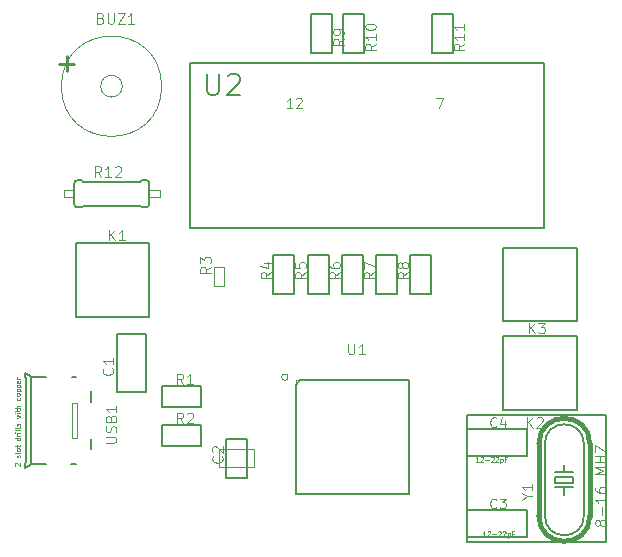
<source format=gto>
G04 #@! TF.FileFunction,Legend,Top*
%FSLAX46Y46*%
G04 Gerber Fmt 4.6, Leading zero omitted, Abs format (unit mm)*
G04 Created by KiCad (PCBNEW 4.0.6) date 2018 January 08, Monday 16:40:28*
%MOMM*%
%LPD*%
G01*
G04 APERTURE LIST*
%ADD10C,0.100000*%
%ADD11C,0.200000*%
%ADD12C,0.127000*%
%ADD13C,0.066040*%
%ADD14C,0.076200*%
%ADD15C,0.203200*%
%ADD16C,0.254000*%
%ADD17C,0.063500*%
%ADD18C,0.152400*%
%ADD19C,0.406400*%
%ADD20C,0.101600*%
%ADD21C,0.177800*%
%ADD22C,0.025400*%
%ADD23C,0.050800*%
G04 APERTURE END LIST*
D10*
D11*
X164800000Y-93790000D02*
X164800000Y-83050000D01*
X153000000Y-93810000D02*
X164800000Y-93810000D01*
X153000000Y-83050000D02*
X153000000Y-93810000D01*
X164800000Y-83050000D02*
X153000000Y-83050000D01*
D12*
X123380800Y-81063800D02*
X123380800Y-76136200D01*
X123380800Y-76136200D02*
X125819200Y-76136200D01*
X125819200Y-76136200D02*
X125819200Y-81063800D01*
X125819200Y-81063800D02*
X123380800Y-81063800D01*
D13*
X134960500Y-85938000D02*
X132039500Y-85938000D01*
X132039500Y-85938000D02*
X132039500Y-87462000D01*
X134960500Y-87462000D02*
X132039500Y-87462000D01*
X134960500Y-85938000D02*
X134960500Y-87462000D01*
D12*
X132611000Y-85049000D02*
X134389000Y-85049000D01*
X134389000Y-85049000D02*
X134389000Y-88351000D01*
X134389000Y-88351000D02*
X132611000Y-88351000D01*
X132611000Y-88351000D02*
X132611000Y-85049000D01*
D13*
X119901200Y-74698800D02*
X126098800Y-74698800D01*
X126098800Y-74698800D02*
X126098800Y-68501200D01*
X119901200Y-68501200D02*
X126098800Y-68501200D01*
X119901200Y-74698800D02*
X119901200Y-68501200D01*
D12*
X119901200Y-68501200D02*
X126098800Y-68501200D01*
X126098800Y-68501200D02*
X126098800Y-74698800D01*
X126098800Y-74698800D02*
X119901200Y-74698800D01*
X119901200Y-74698800D02*
X119901200Y-68501200D01*
D13*
X162278800Y-76381200D02*
X156081200Y-76381200D01*
X156081200Y-76381200D02*
X156081200Y-82578800D01*
X162278800Y-82578800D02*
X156081200Y-82578800D01*
X162278800Y-76381200D02*
X162278800Y-82578800D01*
D12*
X162278800Y-82578800D02*
X156081200Y-82578800D01*
X156081200Y-82578800D02*
X156081200Y-76381200D01*
X156081200Y-76381200D02*
X162278800Y-76381200D01*
X162278800Y-76381200D02*
X162278800Y-82578800D01*
D13*
X162278800Y-68881200D02*
X156081200Y-68881200D01*
X156081200Y-68881200D02*
X156081200Y-75078800D01*
X162278800Y-75078800D02*
X156081200Y-75078800D01*
X162278800Y-68881200D02*
X162278800Y-75078800D01*
D12*
X162278800Y-75078800D02*
X156081200Y-75078800D01*
X156081200Y-75078800D02*
X156081200Y-68881200D01*
X156081200Y-68881200D02*
X162278800Y-68881200D01*
X162278800Y-68881200D02*
X162278800Y-75078800D01*
X130451000Y-80611000D02*
X130451000Y-82389000D01*
X130451000Y-82389000D02*
X127149000Y-82389000D01*
X127149000Y-82389000D02*
X127149000Y-80611000D01*
X127149000Y-80611000D02*
X130451000Y-80611000D01*
X130451000Y-83911000D02*
X130451000Y-85689000D01*
X130451000Y-85689000D02*
X127149000Y-85689000D01*
X127149000Y-85689000D02*
X127149000Y-83911000D01*
X127149000Y-83911000D02*
X130451000Y-83911000D01*
D14*
X131606300Y-72138200D02*
X131606300Y-70461800D01*
X131606300Y-70461800D02*
X132393700Y-70461800D01*
X132393700Y-70461800D02*
X132393700Y-72138200D01*
X132393700Y-72138200D02*
X131606300Y-72138200D01*
D12*
X136611000Y-69449000D02*
X138389000Y-69449000D01*
X138389000Y-69449000D02*
X138389000Y-72751000D01*
X138389000Y-72751000D02*
X136611000Y-72751000D01*
X136611000Y-72751000D02*
X136611000Y-69449000D01*
X139511000Y-69449000D02*
X141289000Y-69449000D01*
X141289000Y-69449000D02*
X141289000Y-72751000D01*
X141289000Y-72751000D02*
X139511000Y-72751000D01*
X139511000Y-72751000D02*
X139511000Y-69449000D01*
X142411000Y-69449000D02*
X144189000Y-69449000D01*
X144189000Y-69449000D02*
X144189000Y-72751000D01*
X144189000Y-72751000D02*
X142411000Y-72751000D01*
X142411000Y-72751000D02*
X142411000Y-69449000D01*
X145311000Y-69449000D02*
X147089000Y-69449000D01*
X147089000Y-69449000D02*
X147089000Y-72751000D01*
X147089000Y-72751000D02*
X145311000Y-72751000D01*
X145311000Y-72751000D02*
X145311000Y-69449000D01*
X148211000Y-69449000D02*
X149989000Y-69449000D01*
X149989000Y-69449000D02*
X149989000Y-72751000D01*
X149989000Y-72751000D02*
X148211000Y-72751000D01*
X148211000Y-72751000D02*
X148211000Y-69449000D01*
X141589000Y-52351000D02*
X139811000Y-52351000D01*
X139811000Y-52351000D02*
X139811000Y-49049000D01*
X139811000Y-49049000D02*
X141589000Y-49049000D01*
X141589000Y-49049000D02*
X141589000Y-52351000D01*
X144289000Y-52351000D02*
X142511000Y-52351000D01*
X142511000Y-52351000D02*
X142511000Y-49049000D01*
X142511000Y-49049000D02*
X144289000Y-49049000D01*
X144289000Y-49049000D02*
X144289000Y-52351000D01*
X151789000Y-52351000D02*
X150011000Y-52351000D01*
X150011000Y-52351000D02*
X150011000Y-49049000D01*
X150011000Y-49049000D02*
X151789000Y-49049000D01*
X151789000Y-49049000D02*
X151789000Y-52351000D01*
D13*
X138501940Y-89698060D02*
X148098060Y-89698060D01*
X148098060Y-89698060D02*
X148098060Y-80101940D01*
X138501940Y-80101940D02*
X148098060Y-80101940D01*
X138501940Y-89698060D02*
X138501940Y-80101940D01*
D15*
X138501940Y-80500720D02*
X138900720Y-80101940D01*
X138900720Y-80101940D02*
X148098060Y-80101940D01*
X148098060Y-80101940D02*
X148098060Y-89698060D01*
X148098060Y-89698060D02*
X138501940Y-89698060D01*
X138501940Y-89698060D02*
X138501940Y-80500720D01*
D10*
X137854408Y-79820000D02*
G75*
G03X137854408Y-79820000I-269408J0D01*
G01*
D13*
X129564000Y-67205000D02*
X159536000Y-67205000D01*
X159536000Y-67205000D02*
X159536000Y-53235000D01*
X129564000Y-53235000D02*
X159536000Y-53235000D01*
X129564000Y-67205000D02*
X129564000Y-53235000D01*
D12*
X129564000Y-53235000D02*
X159536000Y-53235000D01*
X159536000Y-53235000D02*
X159536000Y-67205000D01*
X159536000Y-67205000D02*
X129564000Y-67205000D01*
X129564000Y-67205000D02*
X129564000Y-53235000D01*
D13*
X119576960Y-82002520D02*
X119576960Y-84999720D01*
X119576960Y-84999720D02*
X119975740Y-84999720D01*
X119975740Y-82002520D02*
X119975740Y-84999720D01*
X119576960Y-82002520D02*
X119975740Y-82002520D01*
D12*
X116175900Y-79802880D02*
X115576460Y-79503160D01*
X116175900Y-87199360D02*
X115576460Y-87499080D01*
X116076840Y-79802880D02*
X116076840Y-87199360D01*
X115675520Y-80201660D02*
X115675520Y-86698980D01*
X115675520Y-80201660D02*
X115576460Y-79503160D01*
X115675520Y-86698980D02*
X115576460Y-87499080D01*
X121174620Y-81903460D02*
X121174620Y-81001760D01*
X121174620Y-85098780D02*
X121174620Y-85898880D01*
X119876680Y-87199360D02*
X119475360Y-87199360D01*
X117374780Y-87199360D02*
X116175900Y-87199360D01*
X116175900Y-79802880D02*
X117374780Y-79802880D01*
X119576960Y-79802880D02*
X119876680Y-79802880D01*
D16*
X118455000Y-53295000D02*
X119090000Y-53295000D01*
X119725000Y-53295000D02*
X119090000Y-53295000D01*
X119090000Y-53295000D02*
X119090000Y-52660000D01*
X119090000Y-53295000D02*
X119090000Y-53930000D01*
D17*
X127142273Y-55200000D02*
G75*
G03X127142273Y-55200000I-4242273J0D01*
G01*
X123815986Y-55200000D02*
G75*
G03X123815986Y-55200000I-915986J0D01*
G01*
X127142273Y-55200000D02*
G75*
G03X127142273Y-55200000I-4242273J0D01*
G01*
D13*
X126102000Y-64604800D02*
X126965600Y-64604800D01*
X126965600Y-64604800D02*
X126965600Y-63995200D01*
X126102000Y-63995200D02*
X126965600Y-63995200D01*
X126102000Y-64604800D02*
X126102000Y-63995200D01*
X118888400Y-64604800D02*
X119752000Y-64604800D01*
X119752000Y-64604800D02*
X119752000Y-63995200D01*
X118888400Y-63995200D02*
X119752000Y-63995200D01*
X118888400Y-64604800D02*
X118888400Y-63995200D01*
D18*
X119752000Y-65189000D02*
X119752000Y-63411000D01*
X120006000Y-63157000D02*
X120387000Y-63157000D01*
X120514000Y-63284000D02*
X120387000Y-63157000D01*
X120006000Y-65443000D02*
X120387000Y-65443000D01*
X120514000Y-65316000D02*
X120387000Y-65443000D01*
X125340000Y-63284000D02*
X125467000Y-63157000D01*
X125340000Y-63284000D02*
X120514000Y-63284000D01*
X125340000Y-65316000D02*
X125467000Y-65443000D01*
X125340000Y-65316000D02*
X120514000Y-65316000D01*
X125848000Y-63157000D02*
X125467000Y-63157000D01*
X125848000Y-65443000D02*
X125467000Y-65443000D01*
X126102000Y-65189000D02*
X126102000Y-63411000D01*
X120006000Y-63157000D02*
G75*
G03X119752000Y-63411000I0J-254000D01*
G01*
X119752000Y-65189000D02*
G75*
G03X120006000Y-65443000I254000J0D01*
G01*
X125848000Y-65443000D02*
G75*
G03X126102000Y-65189000I0J254000D01*
G01*
X126102000Y-63411000D02*
G75*
G03X125848000Y-63157000I-254000J0D01*
G01*
D13*
X152960000Y-93383000D02*
X158040000Y-93383000D01*
X158040000Y-93383000D02*
X158040000Y-91097000D01*
X152960000Y-91097000D02*
X158040000Y-91097000D01*
X152960000Y-93383000D02*
X152960000Y-91097000D01*
D12*
X152960000Y-91097000D02*
X158040000Y-91097000D01*
X158040000Y-91097000D02*
X158040000Y-93383000D01*
X158040000Y-93383000D02*
X152960000Y-93383000D01*
X152960000Y-93383000D02*
X152960000Y-91097000D01*
D13*
X152960000Y-86503000D02*
X158040000Y-86503000D01*
X158040000Y-86503000D02*
X158040000Y-84217000D01*
X152960000Y-84217000D02*
X158040000Y-84217000D01*
X152960000Y-86503000D02*
X152960000Y-84217000D01*
D12*
X152960000Y-84217000D02*
X158040000Y-84217000D01*
X158040000Y-84217000D02*
X158040000Y-86503000D01*
X158040000Y-86503000D02*
X152960000Y-86503000D01*
X152960000Y-86503000D02*
X152960000Y-84217000D01*
D19*
X163399000Y-91568000D02*
X163399000Y-85472000D01*
X159081000Y-91568000D02*
X159081000Y-85472000D01*
D18*
X162891000Y-91568000D02*
X162891000Y-85472000D01*
X159589000Y-85472000D02*
X159589000Y-91568000D01*
X160478000Y-88774000D02*
X160478000Y-88266000D01*
X160478000Y-88266000D02*
X162002000Y-88266000D01*
X162002000Y-88266000D02*
X162002000Y-88774000D01*
X162002000Y-88774000D02*
X160478000Y-88774000D01*
X160478000Y-87885000D02*
X161240000Y-87885000D01*
X161240000Y-87885000D02*
X162002000Y-87885000D01*
X160478000Y-89155000D02*
X161240000Y-89155000D01*
X161240000Y-89155000D02*
X162002000Y-89155000D01*
X161240000Y-87885000D02*
X161240000Y-87250000D01*
X161240000Y-89155000D02*
X161240000Y-89790000D01*
D19*
X159081000Y-91568000D02*
G75*
G03X163399000Y-91568000I2159000J0D01*
G01*
X163399000Y-85472000D02*
G75*
G03X159081000Y-85472000I-2159000J0D01*
G01*
D18*
X159589000Y-91568000D02*
G75*
G03X162891000Y-91568000I1651000J0D01*
G01*
X162891000Y-85472000D02*
G75*
G03X159589000Y-85472000I-1651000J0D01*
G01*
D20*
X122949000Y-79065666D02*
X122991333Y-79108000D01*
X123033667Y-79235000D01*
X123033667Y-79319666D01*
X122991333Y-79446666D01*
X122906667Y-79531333D01*
X122822000Y-79573666D01*
X122652667Y-79616000D01*
X122525667Y-79616000D01*
X122356333Y-79573666D01*
X122271667Y-79531333D01*
X122187000Y-79446666D01*
X122144667Y-79319666D01*
X122144667Y-79235000D01*
X122187000Y-79108000D01*
X122229333Y-79065666D01*
X123033667Y-78219000D02*
X123033667Y-78727000D01*
X123033667Y-78473000D02*
X122144667Y-78473000D01*
X122271667Y-78557666D01*
X122356333Y-78642333D01*
X122398667Y-78727000D01*
X132230000Y-86530666D02*
X132272333Y-86573000D01*
X132314667Y-86700000D01*
X132314667Y-86784666D01*
X132272333Y-86911666D01*
X132187667Y-86996333D01*
X132103000Y-87038666D01*
X131933667Y-87081000D01*
X131806667Y-87081000D01*
X131637333Y-87038666D01*
X131552667Y-86996333D01*
X131468000Y-86911666D01*
X131425667Y-86784666D01*
X131425667Y-86700000D01*
X131468000Y-86573000D01*
X131510333Y-86530666D01*
X131510333Y-86192000D02*
X131468000Y-86149666D01*
X131425667Y-86065000D01*
X131425667Y-85853333D01*
X131468000Y-85768666D01*
X131510333Y-85726333D01*
X131595000Y-85684000D01*
X131679667Y-85684000D01*
X131806667Y-85726333D01*
X132314667Y-86234333D01*
X132314667Y-85684000D01*
X122661334Y-68255667D02*
X122661334Y-67366667D01*
X123169334Y-68255667D02*
X122788334Y-67747667D01*
X123169334Y-67366667D02*
X122661334Y-67874667D01*
X124016000Y-68255667D02*
X123508000Y-68255667D01*
X123762000Y-68255667D02*
X123762000Y-67366667D01*
X123677334Y-67493667D01*
X123592667Y-67578333D01*
X123508000Y-67620667D01*
X158073834Y-84112167D02*
X158073834Y-83223167D01*
X158581834Y-84112167D02*
X158200834Y-83604167D01*
X158581834Y-83223167D02*
X158073834Y-83731167D01*
X158920500Y-83307833D02*
X158962834Y-83265500D01*
X159047500Y-83223167D01*
X159259167Y-83223167D01*
X159343834Y-83265500D01*
X159386167Y-83307833D01*
X159428500Y-83392500D01*
X159428500Y-83477167D01*
X159386167Y-83604167D01*
X158878167Y-84112167D01*
X159428500Y-84112167D01*
X158206334Y-76128667D02*
X158206334Y-75239667D01*
X158714334Y-76128667D02*
X158333334Y-75620667D01*
X158714334Y-75239667D02*
X158206334Y-75747667D01*
X159010667Y-75239667D02*
X159561000Y-75239667D01*
X159264667Y-75578333D01*
X159391667Y-75578333D01*
X159476334Y-75620667D01*
X159518667Y-75663000D01*
X159561000Y-75747667D01*
X159561000Y-75959333D01*
X159518667Y-76044000D01*
X159476334Y-76086333D01*
X159391667Y-76128667D01*
X159137667Y-76128667D01*
X159053000Y-76086333D01*
X159010667Y-76044000D01*
X128969334Y-80441667D02*
X128673000Y-80018333D01*
X128461334Y-80441667D02*
X128461334Y-79552667D01*
X128800000Y-79552667D01*
X128884667Y-79595000D01*
X128927000Y-79637333D01*
X128969334Y-79722000D01*
X128969334Y-79849000D01*
X128927000Y-79933667D01*
X128884667Y-79976000D01*
X128800000Y-80018333D01*
X128461334Y-80018333D01*
X129816000Y-80441667D02*
X129308000Y-80441667D01*
X129562000Y-80441667D02*
X129562000Y-79552667D01*
X129477334Y-79679667D01*
X129392667Y-79764333D01*
X129308000Y-79806667D01*
X128969334Y-83741667D02*
X128673000Y-83318333D01*
X128461334Y-83741667D02*
X128461334Y-82852667D01*
X128800000Y-82852667D01*
X128884667Y-82895000D01*
X128927000Y-82937333D01*
X128969334Y-83022000D01*
X128969334Y-83149000D01*
X128927000Y-83233667D01*
X128884667Y-83276000D01*
X128800000Y-83318333D01*
X128461334Y-83318333D01*
X129308000Y-82937333D02*
X129350334Y-82895000D01*
X129435000Y-82852667D01*
X129646667Y-82852667D01*
X129731334Y-82895000D01*
X129773667Y-82937333D01*
X129816000Y-83022000D01*
X129816000Y-83106667D01*
X129773667Y-83233667D01*
X129265667Y-83741667D01*
X129816000Y-83741667D01*
X131322667Y-70495666D02*
X130899333Y-70792000D01*
X131322667Y-71003666D02*
X130433667Y-71003666D01*
X130433667Y-70665000D01*
X130476000Y-70580333D01*
X130518333Y-70538000D01*
X130603000Y-70495666D01*
X130730000Y-70495666D01*
X130814667Y-70538000D01*
X130857000Y-70580333D01*
X130899333Y-70665000D01*
X130899333Y-71003666D01*
X130433667Y-70199333D02*
X130433667Y-69649000D01*
X130772333Y-69945333D01*
X130772333Y-69818333D01*
X130814667Y-69733666D01*
X130857000Y-69691333D01*
X130941667Y-69649000D01*
X131153333Y-69649000D01*
X131238000Y-69691333D01*
X131280333Y-69733666D01*
X131322667Y-69818333D01*
X131322667Y-70072333D01*
X131280333Y-70157000D01*
X131238000Y-70199333D01*
X136441667Y-70930666D02*
X136018333Y-71227000D01*
X136441667Y-71438666D02*
X135552667Y-71438666D01*
X135552667Y-71100000D01*
X135595000Y-71015333D01*
X135637333Y-70973000D01*
X135722000Y-70930666D01*
X135849000Y-70930666D01*
X135933667Y-70973000D01*
X135976000Y-71015333D01*
X136018333Y-71100000D01*
X136018333Y-71438666D01*
X135849000Y-70168666D02*
X136441667Y-70168666D01*
X135510333Y-70380333D02*
X136145333Y-70592000D01*
X136145333Y-70041666D01*
X139341667Y-70930666D02*
X138918333Y-71227000D01*
X139341667Y-71438666D02*
X138452667Y-71438666D01*
X138452667Y-71100000D01*
X138495000Y-71015333D01*
X138537333Y-70973000D01*
X138622000Y-70930666D01*
X138749000Y-70930666D01*
X138833667Y-70973000D01*
X138876000Y-71015333D01*
X138918333Y-71100000D01*
X138918333Y-71438666D01*
X138452667Y-70126333D02*
X138452667Y-70549666D01*
X138876000Y-70592000D01*
X138833667Y-70549666D01*
X138791333Y-70465000D01*
X138791333Y-70253333D01*
X138833667Y-70168666D01*
X138876000Y-70126333D01*
X138960667Y-70084000D01*
X139172333Y-70084000D01*
X139257000Y-70126333D01*
X139299333Y-70168666D01*
X139341667Y-70253333D01*
X139341667Y-70465000D01*
X139299333Y-70549666D01*
X139257000Y-70592000D01*
X142241667Y-70930666D02*
X141818333Y-71227000D01*
X142241667Y-71438666D02*
X141352667Y-71438666D01*
X141352667Y-71100000D01*
X141395000Y-71015333D01*
X141437333Y-70973000D01*
X141522000Y-70930666D01*
X141649000Y-70930666D01*
X141733667Y-70973000D01*
X141776000Y-71015333D01*
X141818333Y-71100000D01*
X141818333Y-71438666D01*
X141352667Y-70168666D02*
X141352667Y-70338000D01*
X141395000Y-70422666D01*
X141437333Y-70465000D01*
X141564333Y-70549666D01*
X141733667Y-70592000D01*
X142072333Y-70592000D01*
X142157000Y-70549666D01*
X142199333Y-70507333D01*
X142241667Y-70422666D01*
X142241667Y-70253333D01*
X142199333Y-70168666D01*
X142157000Y-70126333D01*
X142072333Y-70084000D01*
X141860667Y-70084000D01*
X141776000Y-70126333D01*
X141733667Y-70168666D01*
X141691333Y-70253333D01*
X141691333Y-70422666D01*
X141733667Y-70507333D01*
X141776000Y-70549666D01*
X141860667Y-70592000D01*
X145141667Y-70930666D02*
X144718333Y-71227000D01*
X145141667Y-71438666D02*
X144252667Y-71438666D01*
X144252667Y-71100000D01*
X144295000Y-71015333D01*
X144337333Y-70973000D01*
X144422000Y-70930666D01*
X144549000Y-70930666D01*
X144633667Y-70973000D01*
X144676000Y-71015333D01*
X144718333Y-71100000D01*
X144718333Y-71438666D01*
X144252667Y-70634333D02*
X144252667Y-70041666D01*
X145141667Y-70422666D01*
X148041667Y-70930666D02*
X147618333Y-71227000D01*
X148041667Y-71438666D02*
X147152667Y-71438666D01*
X147152667Y-71100000D01*
X147195000Y-71015333D01*
X147237333Y-70973000D01*
X147322000Y-70930666D01*
X147449000Y-70930666D01*
X147533667Y-70973000D01*
X147576000Y-71015333D01*
X147618333Y-71100000D01*
X147618333Y-71438666D01*
X147533667Y-70422666D02*
X147491333Y-70507333D01*
X147449000Y-70549666D01*
X147364333Y-70592000D01*
X147322000Y-70592000D01*
X147237333Y-70549666D01*
X147195000Y-70507333D01*
X147152667Y-70422666D01*
X147152667Y-70253333D01*
X147195000Y-70168666D01*
X147237333Y-70126333D01*
X147322000Y-70084000D01*
X147364333Y-70084000D01*
X147449000Y-70126333D01*
X147491333Y-70168666D01*
X147533667Y-70253333D01*
X147533667Y-70422666D01*
X147576000Y-70507333D01*
X147618333Y-70549666D01*
X147703000Y-70592000D01*
X147872333Y-70592000D01*
X147957000Y-70549666D01*
X147999333Y-70507333D01*
X148041667Y-70422666D01*
X148041667Y-70253333D01*
X147999333Y-70168666D01*
X147957000Y-70126333D01*
X147872333Y-70084000D01*
X147703000Y-70084000D01*
X147618333Y-70126333D01*
X147576000Y-70168666D01*
X147533667Y-70253333D01*
X142562667Y-51165666D02*
X142139333Y-51462000D01*
X142562667Y-51673666D02*
X141673667Y-51673666D01*
X141673667Y-51335000D01*
X141716000Y-51250333D01*
X141758333Y-51208000D01*
X141843000Y-51165666D01*
X141970000Y-51165666D01*
X142054667Y-51208000D01*
X142097000Y-51250333D01*
X142139333Y-51335000D01*
X142139333Y-51673666D01*
X142562667Y-50742333D02*
X142562667Y-50573000D01*
X142520333Y-50488333D01*
X142478000Y-50446000D01*
X142351000Y-50361333D01*
X142181667Y-50319000D01*
X141843000Y-50319000D01*
X141758333Y-50361333D01*
X141716000Y-50403666D01*
X141673667Y-50488333D01*
X141673667Y-50657666D01*
X141716000Y-50742333D01*
X141758333Y-50784666D01*
X141843000Y-50827000D01*
X142054667Y-50827000D01*
X142139333Y-50784666D01*
X142181667Y-50742333D01*
X142224000Y-50657666D01*
X142224000Y-50488333D01*
X142181667Y-50403666D01*
X142139333Y-50361333D01*
X142054667Y-50319000D01*
X145262667Y-51589000D02*
X144839333Y-51885334D01*
X145262667Y-52097000D02*
X144373667Y-52097000D01*
X144373667Y-51758334D01*
X144416000Y-51673667D01*
X144458333Y-51631334D01*
X144543000Y-51589000D01*
X144670000Y-51589000D01*
X144754667Y-51631334D01*
X144797000Y-51673667D01*
X144839333Y-51758334D01*
X144839333Y-52097000D01*
X145262667Y-50742334D02*
X145262667Y-51250334D01*
X145262667Y-50996334D02*
X144373667Y-50996334D01*
X144500667Y-51081000D01*
X144585333Y-51165667D01*
X144627667Y-51250334D01*
X144373667Y-50192000D02*
X144373667Y-50107333D01*
X144416000Y-50022667D01*
X144458333Y-49980333D01*
X144543000Y-49938000D01*
X144712333Y-49895667D01*
X144924000Y-49895667D01*
X145093333Y-49938000D01*
X145178000Y-49980333D01*
X145220333Y-50022667D01*
X145262667Y-50107333D01*
X145262667Y-50192000D01*
X145220333Y-50276667D01*
X145178000Y-50319000D01*
X145093333Y-50361333D01*
X144924000Y-50403667D01*
X144712333Y-50403667D01*
X144543000Y-50361333D01*
X144458333Y-50319000D01*
X144416000Y-50276667D01*
X144373667Y-50192000D01*
X152762667Y-51589000D02*
X152339333Y-51885334D01*
X152762667Y-52097000D02*
X151873667Y-52097000D01*
X151873667Y-51758334D01*
X151916000Y-51673667D01*
X151958333Y-51631334D01*
X152043000Y-51589000D01*
X152170000Y-51589000D01*
X152254667Y-51631334D01*
X152297000Y-51673667D01*
X152339333Y-51758334D01*
X152339333Y-52097000D01*
X152762667Y-50742334D02*
X152762667Y-51250334D01*
X152762667Y-50996334D02*
X151873667Y-50996334D01*
X152000667Y-51081000D01*
X152085333Y-51165667D01*
X152127667Y-51250334D01*
X152762667Y-49895667D02*
X152762667Y-50403667D01*
X152762667Y-50149667D02*
X151873667Y-50149667D01*
X152000667Y-50234333D01*
X152085333Y-50319000D01*
X152127667Y-50403667D01*
X142940167Y-76983667D02*
X142940167Y-77703333D01*
X142982500Y-77788000D01*
X143024833Y-77830333D01*
X143109500Y-77872667D01*
X143278833Y-77872667D01*
X143363500Y-77830333D01*
X143405833Y-77788000D01*
X143448167Y-77703333D01*
X143448167Y-76983667D01*
X144337166Y-77872667D02*
X143829166Y-77872667D01*
X144083166Y-77872667D02*
X144083166Y-76983667D01*
X143998500Y-77110667D01*
X143913833Y-77195333D01*
X143829166Y-77237667D01*
D21*
X130945333Y-54126333D02*
X130945333Y-55565667D01*
X131030000Y-55735000D01*
X131114667Y-55819667D01*
X131284000Y-55904333D01*
X131622667Y-55904333D01*
X131792000Y-55819667D01*
X131876667Y-55735000D01*
X131961333Y-55565667D01*
X131961333Y-54126333D01*
X132723334Y-54295667D02*
X132808000Y-54211000D01*
X132977334Y-54126333D01*
X133400667Y-54126333D01*
X133570000Y-54211000D01*
X133654667Y-54295667D01*
X133739334Y-54465000D01*
X133739334Y-54634333D01*
X133654667Y-54888333D01*
X132638667Y-55904333D01*
X133739334Y-55904333D01*
D14*
X150400467Y-56196035D02*
X150942334Y-56196035D01*
X150593991Y-57008835D01*
X138222981Y-57008835D02*
X137758524Y-57008835D01*
X137990753Y-57008835D02*
X137990753Y-56196035D01*
X137913343Y-56312150D01*
X137835934Y-56389559D01*
X137758524Y-56428264D01*
X138532619Y-56273445D02*
X138571324Y-56234740D01*
X138648733Y-56196035D01*
X138842257Y-56196035D01*
X138919667Y-56234740D01*
X138958371Y-56273445D01*
X138997076Y-56350854D01*
X138997076Y-56428264D01*
X138958371Y-56544378D01*
X138493914Y-57008835D01*
X138997076Y-57008835D01*
D20*
X122402287Y-85363786D02*
X123121953Y-85363786D01*
X123206620Y-85321453D01*
X123248953Y-85279120D01*
X123291287Y-85194453D01*
X123291287Y-85025120D01*
X123248953Y-84940453D01*
X123206620Y-84898120D01*
X123121953Y-84855786D01*
X122402287Y-84855786D01*
X123248953Y-84474787D02*
X123291287Y-84347787D01*
X123291287Y-84136120D01*
X123248953Y-84051453D01*
X123206620Y-84009120D01*
X123121953Y-83966787D01*
X123037287Y-83966787D01*
X122952620Y-84009120D01*
X122910287Y-84051453D01*
X122867953Y-84136120D01*
X122825620Y-84305453D01*
X122783287Y-84390120D01*
X122740953Y-84432453D01*
X122656287Y-84474787D01*
X122571620Y-84474787D01*
X122486953Y-84432453D01*
X122444620Y-84390120D01*
X122402287Y-84305453D01*
X122402287Y-84093787D01*
X122444620Y-83966787D01*
X122825620Y-83289453D02*
X122867953Y-83162453D01*
X122910287Y-83120120D01*
X122994953Y-83077786D01*
X123121953Y-83077786D01*
X123206620Y-83120120D01*
X123248953Y-83162453D01*
X123291287Y-83247120D01*
X123291287Y-83585786D01*
X122402287Y-83585786D01*
X122402287Y-83289453D01*
X122444620Y-83204786D01*
X122486953Y-83162453D01*
X122571620Y-83120120D01*
X122656287Y-83120120D01*
X122740953Y-83162453D01*
X122783287Y-83204786D01*
X122825620Y-83289453D01*
X122825620Y-83585786D01*
X123291287Y-82231120D02*
X123291287Y-82739120D01*
X123291287Y-82485120D02*
X122402287Y-82485120D01*
X122529287Y-82569786D01*
X122613953Y-82654453D01*
X122656287Y-82739120D01*
D22*
X114766152Y-87315332D02*
X114746800Y-87295980D01*
X114727448Y-87257275D01*
X114727448Y-87160513D01*
X114746800Y-87121809D01*
X114766152Y-87102456D01*
X114804857Y-87083104D01*
X114843562Y-87083104D01*
X114901619Y-87102456D01*
X115133848Y-87334685D01*
X115133848Y-87083104D01*
X115114495Y-86618646D02*
X115133848Y-86579942D01*
X115133848Y-86502532D01*
X115114495Y-86463827D01*
X115075790Y-86444475D01*
X115056438Y-86444475D01*
X115017733Y-86463827D01*
X114998381Y-86502532D01*
X114998381Y-86560589D01*
X114979029Y-86599294D01*
X114940324Y-86618646D01*
X114920971Y-86618646D01*
X114882267Y-86599294D01*
X114862914Y-86560589D01*
X114862914Y-86502532D01*
X114882267Y-86463827D01*
X115133848Y-86212247D02*
X115114495Y-86250952D01*
X115075790Y-86270304D01*
X114727448Y-86270304D01*
X115133848Y-85999371D02*
X115114495Y-86038076D01*
X115095143Y-86057428D01*
X115056438Y-86076780D01*
X114940324Y-86076780D01*
X114901619Y-86057428D01*
X114882267Y-86038076D01*
X114862914Y-85999371D01*
X114862914Y-85941314D01*
X114882267Y-85902609D01*
X114901619Y-85883257D01*
X114940324Y-85863904D01*
X115056438Y-85863904D01*
X115095143Y-85883257D01*
X115114495Y-85902609D01*
X115133848Y-85941314D01*
X115133848Y-85999371D01*
X114862914Y-85747790D02*
X114862914Y-85592971D01*
X114727448Y-85689733D02*
X115075790Y-85689733D01*
X115114495Y-85670381D01*
X115133848Y-85631676D01*
X115133848Y-85592971D01*
X115133848Y-84973695D02*
X114727448Y-84973695D01*
X115114495Y-84973695D02*
X115133848Y-85012399D01*
X115133848Y-85089809D01*
X115114495Y-85128514D01*
X115095143Y-85147866D01*
X115056438Y-85167218D01*
X114940324Y-85167218D01*
X114901619Y-85147866D01*
X114882267Y-85128514D01*
X114862914Y-85089809D01*
X114862914Y-85012399D01*
X114882267Y-84973695D01*
X115133848Y-84780171D02*
X114862914Y-84780171D01*
X114940324Y-84780171D02*
X114901619Y-84760819D01*
X114882267Y-84741466D01*
X114862914Y-84702762D01*
X114862914Y-84664057D01*
X115133848Y-84528590D02*
X114862914Y-84528590D01*
X114727448Y-84528590D02*
X114746800Y-84547942D01*
X114766152Y-84528590D01*
X114746800Y-84509238D01*
X114727448Y-84528590D01*
X114766152Y-84528590D01*
X115133848Y-84277009D02*
X115114495Y-84315714D01*
X115075790Y-84335066D01*
X114727448Y-84335066D01*
X115133848Y-84064133D02*
X115114495Y-84102838D01*
X115075790Y-84122190D01*
X114727448Y-84122190D01*
X115114495Y-83928666D02*
X115133848Y-83889962D01*
X115133848Y-83812552D01*
X115114495Y-83773847D01*
X115075790Y-83754495D01*
X115056438Y-83754495D01*
X115017733Y-83773847D01*
X114998381Y-83812552D01*
X114998381Y-83870609D01*
X114979029Y-83909314D01*
X114940324Y-83928666D01*
X114920971Y-83928666D01*
X114882267Y-83909314D01*
X114862914Y-83870609D01*
X114862914Y-83812552D01*
X114882267Y-83773847D01*
X114862914Y-83309391D02*
X115133848Y-83231981D01*
X114940324Y-83154572D01*
X115133848Y-83077162D01*
X114862914Y-82999753D01*
X115133848Y-82844934D02*
X114862914Y-82844934D01*
X114727448Y-82844934D02*
X114746800Y-82864286D01*
X114766152Y-82844934D01*
X114746800Y-82825582D01*
X114727448Y-82844934D01*
X114766152Y-82844934D01*
X114862914Y-82709467D02*
X114862914Y-82554648D01*
X114727448Y-82651410D02*
X115075790Y-82651410D01*
X115114495Y-82632058D01*
X115133848Y-82593353D01*
X115133848Y-82554648D01*
X115133848Y-82419181D02*
X114727448Y-82419181D01*
X115133848Y-82245010D02*
X114920971Y-82245010D01*
X114882267Y-82264362D01*
X114862914Y-82303067D01*
X114862914Y-82361124D01*
X114882267Y-82399829D01*
X114901619Y-82419181D01*
X115114495Y-81567677D02*
X115133848Y-81606381D01*
X115133848Y-81683791D01*
X115114495Y-81722496D01*
X115095143Y-81741848D01*
X115056438Y-81761200D01*
X114940324Y-81761200D01*
X114901619Y-81741848D01*
X114882267Y-81722496D01*
X114862914Y-81683791D01*
X114862914Y-81606381D01*
X114882267Y-81567677D01*
X115133848Y-81335448D02*
X115114495Y-81374153D01*
X115095143Y-81393505D01*
X115056438Y-81412857D01*
X114940324Y-81412857D01*
X114901619Y-81393505D01*
X114882267Y-81374153D01*
X114862914Y-81335448D01*
X114862914Y-81277391D01*
X114882267Y-81238686D01*
X114901619Y-81219334D01*
X114940324Y-81199981D01*
X115056438Y-81199981D01*
X115095143Y-81219334D01*
X115114495Y-81238686D01*
X115133848Y-81277391D01*
X115133848Y-81335448D01*
X114862914Y-81025810D02*
X115269314Y-81025810D01*
X114882267Y-81025810D02*
X114862914Y-80987105D01*
X114862914Y-80909696D01*
X114882267Y-80870991D01*
X114901619Y-80851639D01*
X114940324Y-80832286D01*
X115056438Y-80832286D01*
X115095143Y-80851639D01*
X115114495Y-80870991D01*
X115133848Y-80909696D01*
X115133848Y-80987105D01*
X115114495Y-81025810D01*
X114862914Y-80658115D02*
X115269314Y-80658115D01*
X114882267Y-80658115D02*
X114862914Y-80619410D01*
X114862914Y-80542001D01*
X114882267Y-80503296D01*
X114901619Y-80483944D01*
X114940324Y-80464591D01*
X115056438Y-80464591D01*
X115095143Y-80483944D01*
X115114495Y-80503296D01*
X115133848Y-80542001D01*
X115133848Y-80619410D01*
X115114495Y-80658115D01*
X115114495Y-80135601D02*
X115133848Y-80174306D01*
X115133848Y-80251715D01*
X115114495Y-80290420D01*
X115075790Y-80309772D01*
X114920971Y-80309772D01*
X114882267Y-80290420D01*
X114862914Y-80251715D01*
X114862914Y-80174306D01*
X114882267Y-80135601D01*
X114920971Y-80116249D01*
X114959676Y-80116249D01*
X114998381Y-80309772D01*
X115133848Y-79942077D02*
X114862914Y-79942077D01*
X114940324Y-79942077D02*
X114901619Y-79922725D01*
X114882267Y-79903372D01*
X114862914Y-79864668D01*
X114862914Y-79825963D01*
D20*
X121968667Y-49436500D02*
X122095667Y-49478833D01*
X122138000Y-49521167D01*
X122180334Y-49605833D01*
X122180334Y-49732833D01*
X122138000Y-49817500D01*
X122095667Y-49859833D01*
X122011000Y-49902167D01*
X121672334Y-49902167D01*
X121672334Y-49013167D01*
X121968667Y-49013167D01*
X122053334Y-49055500D01*
X122095667Y-49097833D01*
X122138000Y-49182500D01*
X122138000Y-49267167D01*
X122095667Y-49351833D01*
X122053334Y-49394167D01*
X121968667Y-49436500D01*
X121672334Y-49436500D01*
X122561334Y-49013167D02*
X122561334Y-49732833D01*
X122603667Y-49817500D01*
X122646000Y-49859833D01*
X122730667Y-49902167D01*
X122900000Y-49902167D01*
X122984667Y-49859833D01*
X123027000Y-49817500D01*
X123069334Y-49732833D01*
X123069334Y-49013167D01*
X123408000Y-49013167D02*
X124000667Y-49013167D01*
X123408000Y-49902167D01*
X124000667Y-49902167D01*
X124805000Y-49902167D02*
X124297000Y-49902167D01*
X124551000Y-49902167D02*
X124551000Y-49013167D01*
X124466334Y-49140167D01*
X124381667Y-49224833D01*
X124297000Y-49267167D01*
X122038000Y-62860667D02*
X121741666Y-62437333D01*
X121530000Y-62860667D02*
X121530000Y-61971667D01*
X121868666Y-61971667D01*
X121953333Y-62014000D01*
X121995666Y-62056333D01*
X122038000Y-62141000D01*
X122038000Y-62268000D01*
X121995666Y-62352667D01*
X121953333Y-62395000D01*
X121868666Y-62437333D01*
X121530000Y-62437333D01*
X122884666Y-62860667D02*
X122376666Y-62860667D01*
X122630666Y-62860667D02*
X122630666Y-61971667D01*
X122546000Y-62098667D01*
X122461333Y-62183333D01*
X122376666Y-62225667D01*
X123223333Y-62056333D02*
X123265667Y-62014000D01*
X123350333Y-61971667D01*
X123562000Y-61971667D01*
X123646667Y-62014000D01*
X123689000Y-62056333D01*
X123731333Y-62141000D01*
X123731333Y-62225667D01*
X123689000Y-62352667D01*
X123181000Y-62860667D01*
X123731333Y-62860667D01*
D14*
X155491534Y-90853886D02*
X155452829Y-90892590D01*
X155336715Y-90931295D01*
X155259305Y-90931295D01*
X155143191Y-90892590D01*
X155065782Y-90815181D01*
X155027077Y-90737771D01*
X154988372Y-90582952D01*
X154988372Y-90466838D01*
X155027077Y-90312019D01*
X155065782Y-90234610D01*
X155143191Y-90157200D01*
X155259305Y-90118495D01*
X155336715Y-90118495D01*
X155452829Y-90157200D01*
X155491534Y-90195905D01*
X155762467Y-90118495D02*
X156265629Y-90118495D01*
X155994696Y-90428133D01*
X156110810Y-90428133D01*
X156188220Y-90466838D01*
X156226924Y-90505543D01*
X156265629Y-90582952D01*
X156265629Y-90776476D01*
X156226924Y-90853886D01*
X156188220Y-90892590D01*
X156110810Y-90931295D01*
X155878582Y-90931295D01*
X155801172Y-90892590D01*
X155762467Y-90853886D01*
D23*
X154595942Y-93283848D02*
X154363714Y-93283848D01*
X154479828Y-93283848D02*
X154479828Y-92877448D01*
X154441123Y-92935505D01*
X154402418Y-92974210D01*
X154363714Y-92993562D01*
X154750762Y-92916152D02*
X154770114Y-92896800D01*
X154808819Y-92877448D01*
X154905581Y-92877448D01*
X154944285Y-92896800D01*
X154963638Y-92916152D01*
X154982990Y-92954857D01*
X154982990Y-92993562D01*
X154963638Y-93051619D01*
X154731409Y-93283848D01*
X154982990Y-93283848D01*
X155157162Y-93129029D02*
X155466800Y-93129029D01*
X155640972Y-92916152D02*
X155660324Y-92896800D01*
X155699029Y-92877448D01*
X155795791Y-92877448D01*
X155834495Y-92896800D01*
X155853848Y-92916152D01*
X155873200Y-92954857D01*
X155873200Y-92993562D01*
X155853848Y-93051619D01*
X155621619Y-93283848D01*
X155873200Y-93283848D01*
X156028020Y-92916152D02*
X156047372Y-92896800D01*
X156086077Y-92877448D01*
X156182839Y-92877448D01*
X156221543Y-92896800D01*
X156240896Y-92916152D01*
X156260248Y-92954857D01*
X156260248Y-92993562D01*
X156240896Y-93051619D01*
X156008667Y-93283848D01*
X156260248Y-93283848D01*
X156434420Y-93012914D02*
X156434420Y-93419314D01*
X156434420Y-93032267D02*
X156473125Y-93012914D01*
X156550534Y-93012914D01*
X156589239Y-93032267D01*
X156608591Y-93051619D01*
X156627944Y-93090324D01*
X156627944Y-93206438D01*
X156608591Y-93245143D01*
X156589239Y-93264495D01*
X156550534Y-93283848D01*
X156473125Y-93283848D01*
X156434420Y-93264495D01*
X156937582Y-93070971D02*
X156802115Y-93070971D01*
X156802115Y-93283848D02*
X156802115Y-92877448D01*
X156995639Y-92877448D01*
D14*
X155491534Y-83973886D02*
X155452829Y-84012590D01*
X155336715Y-84051295D01*
X155259305Y-84051295D01*
X155143191Y-84012590D01*
X155065782Y-83935181D01*
X155027077Y-83857771D01*
X154988372Y-83702952D01*
X154988372Y-83586838D01*
X155027077Y-83432019D01*
X155065782Y-83354610D01*
X155143191Y-83277200D01*
X155259305Y-83238495D01*
X155336715Y-83238495D01*
X155452829Y-83277200D01*
X155491534Y-83315905D01*
X156188220Y-83509429D02*
X156188220Y-84051295D01*
X155994696Y-83199790D02*
X155801172Y-83780362D01*
X156304334Y-83780362D01*
D23*
X153994142Y-86991648D02*
X153761914Y-86991648D01*
X153878028Y-86991648D02*
X153878028Y-86585248D01*
X153839323Y-86643305D01*
X153800618Y-86682010D01*
X153761914Y-86701362D01*
X154148962Y-86623952D02*
X154168314Y-86604600D01*
X154207019Y-86585248D01*
X154303781Y-86585248D01*
X154342485Y-86604600D01*
X154361838Y-86623952D01*
X154381190Y-86662657D01*
X154381190Y-86701362D01*
X154361838Y-86759419D01*
X154129609Y-86991648D01*
X154381190Y-86991648D01*
X154555362Y-86836829D02*
X154865000Y-86836829D01*
X155039172Y-86623952D02*
X155058524Y-86604600D01*
X155097229Y-86585248D01*
X155193991Y-86585248D01*
X155232695Y-86604600D01*
X155252048Y-86623952D01*
X155271400Y-86662657D01*
X155271400Y-86701362D01*
X155252048Y-86759419D01*
X155019819Y-86991648D01*
X155271400Y-86991648D01*
X155426220Y-86623952D02*
X155445572Y-86604600D01*
X155484277Y-86585248D01*
X155581039Y-86585248D01*
X155619743Y-86604600D01*
X155639096Y-86623952D01*
X155658448Y-86662657D01*
X155658448Y-86701362D01*
X155639096Y-86759419D01*
X155406867Y-86991648D01*
X155658448Y-86991648D01*
X155832620Y-86720714D02*
X155832620Y-87127114D01*
X155832620Y-86740067D02*
X155871325Y-86720714D01*
X155948734Y-86720714D01*
X155987439Y-86740067D01*
X156006791Y-86759419D01*
X156026144Y-86798124D01*
X156026144Y-86914238D01*
X156006791Y-86952943D01*
X155987439Y-86972295D01*
X155948734Y-86991648D01*
X155871325Y-86991648D01*
X155832620Y-86972295D01*
X156335782Y-86778771D02*
X156200315Y-86778771D01*
X156200315Y-86991648D02*
X156200315Y-86585248D01*
X156393839Y-86585248D01*
D20*
X158107333Y-89895833D02*
X158530667Y-89895833D01*
X157641667Y-90192166D02*
X158107333Y-89895833D01*
X157641667Y-89599500D01*
X158530667Y-88837500D02*
X158530667Y-89345500D01*
X158530667Y-89091500D02*
X157641667Y-89091500D01*
X157768667Y-89176166D01*
X157853333Y-89260833D01*
X157895667Y-89345500D01*
X164245667Y-92245333D02*
X164203333Y-92330000D01*
X164161000Y-92372333D01*
X164076333Y-92414667D01*
X164034000Y-92414667D01*
X163949333Y-92372333D01*
X163907000Y-92330000D01*
X163864667Y-92245333D01*
X163864667Y-92076000D01*
X163907000Y-91991333D01*
X163949333Y-91949000D01*
X164034000Y-91906667D01*
X164076333Y-91906667D01*
X164161000Y-91949000D01*
X164203333Y-91991333D01*
X164245667Y-92076000D01*
X164245667Y-92245333D01*
X164288000Y-92330000D01*
X164330333Y-92372333D01*
X164415000Y-92414667D01*
X164584333Y-92414667D01*
X164669000Y-92372333D01*
X164711333Y-92330000D01*
X164753667Y-92245333D01*
X164753667Y-92076000D01*
X164711333Y-91991333D01*
X164669000Y-91949000D01*
X164584333Y-91906667D01*
X164415000Y-91906667D01*
X164330333Y-91949000D01*
X164288000Y-91991333D01*
X164245667Y-92076000D01*
X164415000Y-91525666D02*
X164415000Y-90848333D01*
X164753667Y-89959333D02*
X164753667Y-90467333D01*
X164753667Y-90213333D02*
X163864667Y-90213333D01*
X163991667Y-90297999D01*
X164076333Y-90382666D01*
X164118667Y-90467333D01*
X163864667Y-89197332D02*
X163864667Y-89366666D01*
X163907000Y-89451332D01*
X163949333Y-89493666D01*
X164076333Y-89578332D01*
X164245667Y-89620666D01*
X164584333Y-89620666D01*
X164669000Y-89578332D01*
X164711333Y-89535999D01*
X164753667Y-89451332D01*
X164753667Y-89281999D01*
X164711333Y-89197332D01*
X164669000Y-89154999D01*
X164584333Y-89112666D01*
X164372667Y-89112666D01*
X164288000Y-89154999D01*
X164245667Y-89197332D01*
X164203333Y-89281999D01*
X164203333Y-89451332D01*
X164245667Y-89535999D01*
X164288000Y-89578332D01*
X164372667Y-89620666D01*
X164753667Y-88054332D02*
X163864667Y-88054332D01*
X164499667Y-87757999D01*
X163864667Y-87461666D01*
X164753667Y-87461666D01*
X164753667Y-87038332D02*
X163864667Y-87038332D01*
X164288000Y-87038332D02*
X164288000Y-86530332D01*
X164753667Y-86530332D02*
X163864667Y-86530332D01*
X163864667Y-86191666D02*
X163864667Y-85598999D01*
X164753667Y-86191666D01*
X164753667Y-85598999D01*
M02*

</source>
